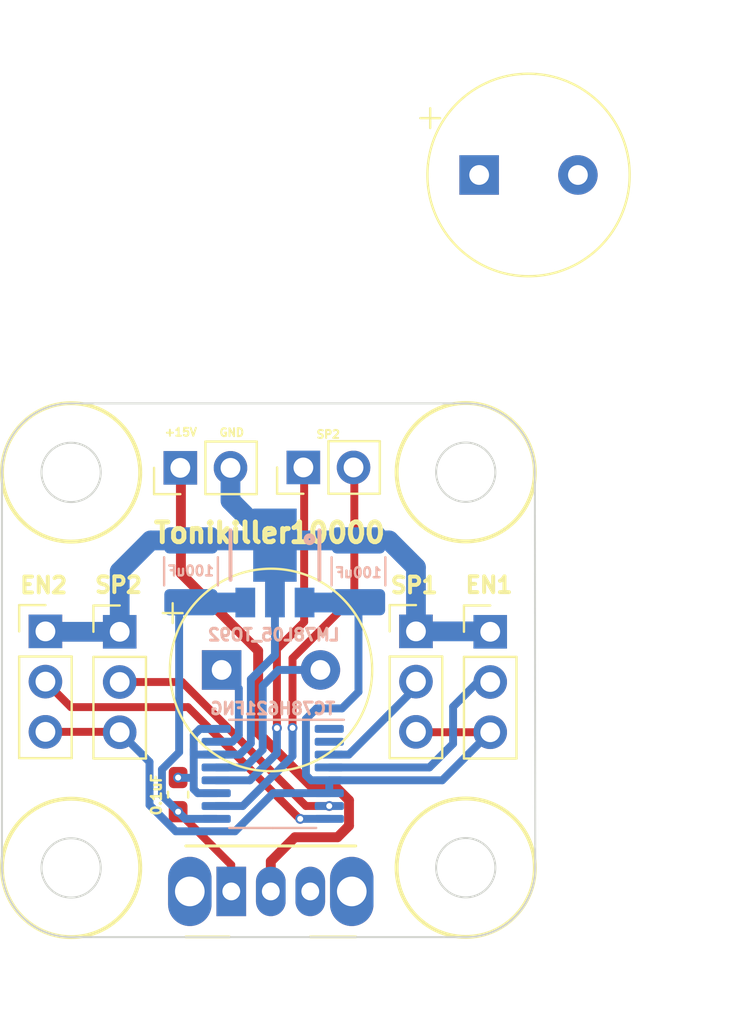
<source format=kicad_pcb>
(kicad_pcb (version 20221018) (generator pcbnew)
  (layers (0 "F.Cu" signal) (31 "B.Cu" signal) (34 "B.Paste" user) (35 "F.Paste" user) (36 "B.SilkS" user "B.Silkscreen") (37 "F.SilkS" user "F.Silkscreen") (38 "B.Mask" user) (39 "F.Mask" user) (44 "Edge.Cuts" user))
  (net 0 "")
  (net 1 "GND")
  (net 2 "+15V")
  (net 3 "+5V")
  (net 4 "SP1")
  (net 5 "SP2")
  (net 6 "EN1")
  (net 7 "EN2")
  (net 8 "Net-(J6-Pin_1)")
  (net 9 "Net-(J6-Pin_2)")
  (net 10 "Net-(U1-AO1)")
  (net 11 "Net-(U1-AO2)")
  (net 12 "SP2_A")
  (net 13 "SP2_B")
  (net 17 "Net-(J1-Pin_1)")
  (footprint "Connector_PinHeader_2.54mm:PinHeader_1x03_P2.54mm_Vertical" (layer "F.Cu") (at 96.89 49.73)
    (fp_text reference "J4" hide)
    (fp_text value "EN1" (at -0.06 -2.365 180) (layer "F.SilkS") (effects (font (size 0.8 0.8) (thickness 0.2) bold)))
    (fp_line (start -1.33 -1.33) (end 0 -1.33) (stroke (width 0.12)) (layer "F.SilkS"))
    (fp_line (start -1.33 0) (end -1.33 -1.33) (stroke (width 0.12)) (layer "F.SilkS"))
    (fp_line (start -1.33 1.27) (end -1.33 6.41) (stroke (width 0.12)) (layer "F.SilkS"))
    (fp_line (start -1.33 1.27) (end 1.33 1.27) (stroke (width 0.12)) (layer "F.SilkS"))
    (fp_line (start -1.33 6.41) (end 1.33 6.41) (stroke (width 0.12)) (layer "F.SilkS"))
    (fp_line (start 1.33 1.27) (end 1.33 6.41) (stroke (width 0.12)) (layer "F.SilkS"))
    (pad "1" thru_hole rect (at 0 0) (size 1.7 1.7) (drill 1) (layers "*.Cu" "*.Mask") (net 1 "GND"))
    (pad "2" thru_hole oval (at 0 2.54) (size 1.7 1.7) (drill 1) (layers "*.Cu" "*.Mask") (net 6 "EN1"))
    (pad "3" thru_hole oval (at 0 5.08) (size 1.7 1.7) (drill 1) (layers "*.Cu" "*.Mask") (net 3 "+5V"))
  )
  (footprint "Connector_PinHeader_2.54mm:PinHeader_1x03_P2.54mm_Vertical" (layer "F.Cu") (at 93.13 49.71)
    (fp_text reference "J2" hide)
    (fp_text value "SP1" (at -0.09 -2.33 180) (layer "F.SilkS") (effects (font (size 0.8 0.8) (thickness 0.2) bold)))
    (fp_line (start -1.33 -1.33) (end 0 -1.33) (stroke (width 0.12)) (layer "F.SilkS"))
    (fp_line (start -1.33 0) (end -1.33 -1.33) (stroke (width 0.12)) (layer "F.SilkS"))
    (fp_line (start -1.33 1.27) (end -1.33 6.41) (stroke (width 0.12)) (layer "F.SilkS"))
    (fp_line (start -1.33 1.27) (end 1.33 1.27) (stroke (width 0.12)) (layer "F.SilkS"))
    (fp_line (start -1.33 6.41) (end 1.33 6.41) (stroke (width 0.12)) (layer "F.SilkS"))
    (fp_line (start 1.33 1.27) (end 1.33 6.41) (stroke (width 0.12)) (layer "F.SilkS"))
    (pad "1" thru_hole rect (at 0 0) (size 1.7 1.7) (drill 1) (layers "*.Cu" "*.Mask") (net 1 "GND"))
    (pad "2" thru_hole oval (at 0 2.54) (size 1.7 1.7) (drill 1) (layers "*.Cu" "*.Mask") (net 4 "SP1"))
    (pad "3" thru_hole oval (at 0 5.08) (size 1.7 1.7) (drill 1) (layers "*.Cu" "*.Mask") (net 3 "+5V"))
  )
  (footprint "Connector_PinHeader_2.54mm:PinHeader_1x02_P2.54mm_Vertical" (layer "F.Cu") (at 81.2 41.44 90)
    (fp_text reference "J1" hide)
    (fp_text value "Battery connector")
    (fp_line (start -1.33 -1.33) (end 0 -1.33) (stroke (width 0.12)) (layer "F.SilkS"))
    (fp_line (start -1.33 0) (end -1.33 -1.33) (stroke (width 0.12)) (layer "F.SilkS"))
    (fp_line (start -1.33 1.27) (end -1.33 3.87) (stroke (width 0.12)) (layer "F.SilkS"))
    (fp_line (start -1.33 1.27) (end 1.33 1.27) (stroke (width 0.12)) (layer "F.SilkS"))
    (fp_line (start -1.33 3.87) (end 1.33 3.87) (stroke (width 0.12)) (layer "F.SilkS"))
    (fp_line (start 1.33 1.27) (end 1.33 3.87) (stroke (width 0.12)) (layer "F.SilkS"))
    (pad "1" thru_hole rect (at 0 0 90) (size 1.7 1.7) (drill 1) (layers "*.Cu" "*.Mask") (net 17 "Net-(J1-Pin_1)"))
    (pad "2" thru_hole oval (at 0 2.54 90) (size 1.7 1.7) (drill 1) (layers "*.Cu" "*.Mask") (net 1 "GND"))
  )
  (footprint "Capacitor_SMD:C_0603_1608Metric_Pad1.08x0.95mm_HandSolder" (layer "F.Cu") (at 81.0875 57.965 -90)
    (fp_text reference "C1" hide)
    (fp_text value "0.1uF" (at 0 1.1 90) (layer "F.SilkS") (effects (font (size 0.5 0.5) (thickness 0.125))))
    (fp_line (start -0.146267 -0.51) (end 0.146267 -0.51) (stroke (width 0.12)) (layer "F.SilkS"))
    (fp_line (start -0.146267 0.51) (end 0.146267 0.51) (stroke (width 0.12)) (layer "F.SilkS"))
    (pad "1" smd roundrect (at -0.8625 0 270) (size 1.075 0.95) (layers "F.Cu" "F.Paste" "F.Mask") (net 1 "GND"))
    (pad "2" smd roundrect (at 0.8625 0 270) (size 1.075 0.95) (layers "F.Cu" "F.Paste" "F.Mask") (net 2 "+15V"))
  )
  (footprint "Button_Switch_THT:SW_CuK_OS102011MA1QN1_SPDT_Angled" (layer "F.Cu") (at 83.78 62.86)
    (fp_text reference "SW1" hide)
    (fp_text value "POW" hide)
    (fp_line (start -2.3 -2.3) (end 6.3 -2.3) (stroke (width 0.15)) (layer "F.SilkS"))
    (fp_line (start -2.3 2.3) (end -0.1 2.3) (stroke (width 0.15)) (layer "F.SilkS"))
    (fp_line (start 4 2.3) (end 6.3 2.3) (stroke (width 0.15)) (layer "F.SilkS"))
    (pad "" thru_hole oval (at -2.1 0) (size 2.2 3.5) (drill 1.5) (layers "*.Cu" "*.Mask"))
    (pad "" thru_hole oval (at 6.1 0) (size 2.2 3.5) (drill 1.5) (layers "*.Cu" "*.Mask"))
    (pad "1" thru_hole rect (at 0 0) (size 1.5 2.5) (drill 0.9) (layers "*.Cu" "*.Mask") (net 2 "+15V"))
    (pad "2" thru_hole oval (at 2 0) (size 1.5 2.5) (drill 0.9) (layers "*.Cu" "*.Mask") (net 17 "Net-(J1-Pin_1)"))
    (pad "3" thru_hole oval (at 4 0) (size 1.5 2.5) (drill 0.9) (layers "*.Cu" "*.Mask"))
  )
  (footprint "Connector_PinHeader_2.54mm:PinHeader_1x02_P2.54mm_Vertical" (layer "F.Cu") (at 87.43 41.42 90)
    (fp_text reference "J6" hide)
    (fp_text value "SPK")
    (fp_line (start -1.33 -1.33) (end 0 -1.33) (stroke (width 0.12)) (layer "F.SilkS"))
    (fp_line (start -1.33 0) (end -1.33 -1.33) (stroke (width 0.12)) (layer "F.SilkS"))
    (fp_line (start -1.33 1.27) (end -1.33 3.87) (stroke (width 0.12)) (layer "F.SilkS"))
    (fp_line (start -1.33 1.27) (end 1.33 1.27) (stroke (width 0.12)) (layer "F.SilkS"))
    (fp_line (start -1.33 3.87) (end 1.33 3.87) (stroke (width 0.12)) (layer "F.SilkS"))
    (fp_line (start 1.33 1.27) (end 1.33 3.87) (stroke (width 0.12)) (layer "F.SilkS"))
    (pad "1" thru_hole rect (at 0 0 90) (size 1.7 1.7) (drill 1) (layers "*.Cu" "*.Mask") (net 8 "Net-(J6-Pin_1)"))
    (pad "2" thru_hole oval (at 0 2.54 90) (size 1.7 1.7) (drill 1) (layers "*.Cu" "*.Mask") (net 9 "Net-(J6-Pin_2)"))
  )
  (footprint "Connector_PinHeader_2.54mm:PinHeader_1x03_P2.54mm_Vertical" (layer "F.Cu") (at 78.13 49.73)
    (fp_text reference "J3" hide)
    (fp_text value "SP2" (at -0.06 -2.365 180) (layer "F.SilkS") (effects (font (size 0.8 0.8) (thickness 0.2) bold)))
    (fp_line (start -1.33 -1.33) (end 0 -1.33) (stroke (width 0.12)) (layer "F.SilkS"))
    (fp_line (start -1.33 0) (end -1.33 -1.33) (stroke (width 0.12)) (layer "F.SilkS"))
    (fp_line (start -1.33 1.27) (end -1.33 6.41) (stroke (width 0.12)) (layer "F.SilkS"))
    (fp_line (start -1.33 1.27) (end 1.33 1.27) (stroke (width 0.12)) (layer "F.SilkS"))
    (fp_line (start -1.33 6.41) (end 1.33 6.41) (stroke (width 0.12)) (layer "F.SilkS"))
    (fp_line (start 1.33 1.27) (end 1.33 6.41) (stroke (width 0.12)) (layer "F.SilkS"))
    (pad "1" thru_hole rect (at 0 0) (size 1.7 1.7) (drill 1) (layers "*.Cu" "*.Mask") (net 1 "GND"))
    (pad "2" thru_hole oval (at 0 2.54) (size 1.7 1.7) (drill 1) (layers "*.Cu" "*.Mask") (net 5 "SP2"))
    (pad "3" thru_hole oval (at 0 5.08) (size 1.7 1.7) (drill 1) (layers "*.Cu" "*.Mask") (net 3 "+5V"))
  )
  (footprint "Capacitor_THT:CP_Radial_D10.0mm_P5.00mm" (layer "F.Cu") (at 83.292323 51.66)
    (fp_text reference "LS1" hide)
    (fp_text value "TCT40-16_UltrasonicSpeaker" hide)
    (fp_line (start -2.979646 -2.875) (end -1.979646 -2.875) (stroke (width 0.12)) (layer "F.SilkS"))
    (fp_line (start -2.479646 -3.375) (end -2.479646 -2.375) (stroke (width 0.12)) (layer "F.SilkS"))
    (fp_circle (center 2.5 0) (end 7.62 0) (stroke (width 0.12)) (fill none) (layer "F.SilkS"))
    (pad "1" thru_hole rect (at 0 0) (size 2 2) (drill 1) (layers "*.Cu" "*.Mask") (net 10 "Net-(U1-AO1)"))
    (pad "2" thru_hole circle (at 5 0) (size 2 2) (drill 1) (layers "*.Cu" "*.Mask") (net 11 "Net-(U1-AO2)"))
  )
  (footprint "Capacitor_THT:CP_Radial_D10.0mm_P5.00mm" (layer "F.Cu") (at 96.33 26.63)
    (fp_text reference "LS2" hide)
    (fp_text value "TCT40-16_UltrasonicSpeaker" hide)
    (fp_line (start -2.979646 -2.875) (end -1.979646 -2.875) (stroke (width 0.12)) (layer "F.SilkS"))
    (fp_line (start -2.479646 -3.375) (end -2.479646 -2.375) (stroke (width 0.12)) (layer "F.SilkS"))
    (fp_circle (center 2.5 0) (end 7.62 0) (stroke (width 0.12)) (fill none) (layer "F.SilkS"))
    (pad "1" thru_hole rect (at 0 0) (size 2 2) (drill 1) (layers "*.Cu" "*.Mask") (net 12 "SP2_A"))
    (pad "2" thru_hole circle (at 5 0) (size 2 2) (drill 1) (layers "*.Cu" "*.Mask") (net 13 "SP2_B"))
  )
  (footprint "Connector_PinHeader_2.54mm:PinHeader_1x03_P2.54mm_Vertical" (layer "F.Cu") (at 74.37 49.71)
    (fp_text reference "J5" hide)
    (fp_text value "EN2" (at -0.09 -2.33 180) (layer "F.SilkS") (effects (font (size 0.8 0.8) (thickness 0.2) bold)))
    (fp_line (start -1.33 -1.33) (end 0 -1.33) (stroke (width 0.12)) (layer "F.SilkS"))
    (fp_line (start -1.33 0) (end -1.33 -1.33) (stroke (width 0.12)) (layer "F.SilkS"))
    (fp_line (start -1.33 1.27) (end -1.33 6.41) (stroke (width 0.12)) (layer "F.SilkS"))
    (fp_line (start -1.33 1.27) (end 1.33 1.27) (stroke (width 0.12)) (layer "F.SilkS"))
    (fp_line (start -1.33 6.41) (end 1.33 6.41) (stroke (width 0.12)) (layer "F.SilkS"))
    (fp_line (start 1.33 1.27) (end 1.33 6.41) (stroke (width 0.12)) (layer "F.SilkS"))
    (pad "1" thru_hole rect (at 0 0) (size 1.7 1.7) (drill 1) (layers "*.Cu" "*.Mask") (net 1 "GND"))
    (pad "2" thru_hole oval (at 0 2.54) (size 1.7 1.7) (drill 1) (layers "*.Cu" "*.Mask") (net 7 "EN2"))
    (pad "3" thru_hole oval (at 0 5.08) (size 1.7 1.7) (drill 1) (layers "*.Cu" "*.Mask") (net 3 "+5V"))
  )
  (footprint "78L05:PK(R-PSSO-F3)" (layer "B.Cu") (at 85.99 44.6 180)
    (fp_text reference "U2" hide)
    (fp_text value "LM78L05_TO92" (at 0.06 -5.2825) (layer "B.SilkS") (effects (font (size 0.6 0.6)) (justify mirror)))
    (fp_line (start -2.25 -2.5) (end -2.25 0) (stroke (width 0.2)) (layer "B.SilkS"))
    (fp_line (start 2.25 0) (end 2.25 -2.5) (stroke (width 0.2)) (layer "B.SilkS"))
    (fp_circle (center -1.75 -0.45) (end -1.79438 -0.45) (stroke (width 0.254)) (fill none) (layer "B.SilkS"))
    (pad "1" smd rect (at -1.5 -3.65 180) (size 1 1.5) (layers "B.Cu" "B.Paste" "B.Mask") (net 3 "+5V"))
    (pad "2" smd rect (at 0 -3.5 180) (size 1 1.8) (layers "B.Cu" "B.Paste" "B.Mask") (net 1 "GND"))
    (pad "2" smd rect (at 0 -0.75 180) (size 2.2 3.7) (layers "B.Cu" "B.Paste" "B.Mask") (net 1 "GND"))
    (pad "3" smd rect (at 1.5 -3.65 180) (size 1 1.5) (layers "B.Cu" "B.Paste" "B.Mask") (net 2 "+15V"))
  )
  (footprint "Capacitor_SMD:C_1210_3225Metric_Pad1.33x2.70mm_HandSolder" (layer "B.Cu") (at 81.74 46.6725 90)
    (fp_text reference "C2" hide)
    (fp_text value "100uF" (at 0.02 -0.01) (layer "B.SilkS") (effects (font (size 0.5 0.5)) (justify mirror)))
    (fp_line (start -0.711252 -1.36) (end 0.711252 -1.36) (stroke (width 0.12)) (layer "B.SilkS"))
    (fp_line (start -0.711252 1.36) (end 0.711252 1.36) (stroke (width 0.12)) (layer "B.SilkS"))
    (pad "1" smd roundrect (at -1.5625 0 90) (size 1.325 2.7) (layers "B.Cu" "B.Paste" "B.Mask") (roundrect_rratio 0.188679) (net 2 "+15V"))
    (pad "2" smd roundrect (at 1.5625 0 90) (size 1.325 2.7) (layers "B.Cu" "B.Paste" "B.Mask") (roundrect_rratio 0.188679) (net 1 "GND"))
  )
  (footprint "Capacitor_SMD:C_1210_3225Metric_Pad1.33x2.70mm_HandSolder" (layer "B.Cu") (at 90.22 46.6725 90)
    (fp_text reference "C3" hide)
    (fp_text value "100uF" (at -0.07 0) (layer "B.SilkS") (effects (font (size 0.5 0.5) (thickness 0.125)) (justify mirror)))
    (fp_line (start -0.711252 -1.36) (end 0.711252 -1.36) (stroke (width 0.12)) (layer "B.SilkS"))
    (fp_line (start -0.711252 1.36) (end 0.711252 1.36) (stroke (width 0.12)) (layer "B.SilkS"))
    (pad "1" smd roundrect (at -1.5625 0 90) (size 1.325 2.7) (layers "B.Cu" "B.Paste" "B.Mask") (roundrect_rratio 0.188679) (net 3 "+5V"))
    (pad "2" smd roundrect (at 1.5625 0 90) (size 1.325 2.7) (layers "B.Cu" "B.Paste" "B.Mask") (roundrect_rratio 0.188679) (net 1 "GND"))
  )
  (footprint "Package_SO:TSSOP-16_4.4x5mm_P0.65mm" (layer "B.Cu") (at 85.8775 56.915 180)
    (fp_text reference "U1" hide)
    (fp_text value "TC78H621FNG" (at 0 3.3) (layer "B.SilkS") (effects (font (size 0.6 0.6)) (justify mirror)))
    (fp_line (start 0 -2.735) (end -2.2 -2.735) (stroke (width 0.12)) (layer "B.SilkS"))
    (fp_line (start 0 -2.735) (end 2.2 -2.735) (stroke (width 0.12)) (layer "B.SilkS"))
    (fp_line (start 0 2.735) (end -3.6 2.735) (stroke (width 0.12)) (layer "B.SilkS"))
    (fp_line (start 0 2.735) (end 2.2 2.735) (stroke (width 0.12)) (layer "B.SilkS"))
    (pad "1" smd roundrect (at -2.8625 2.275 180) (size 1.475 0.4) (layers "B.Cu" "B.Paste" "B.Mask"))
    (pad "2" smd roundrect (at -2.8625 1.625 180) (size 1.475 0.4) (layers "B.Cu" "B.Paste" "B.Mask"))
    (pad "3" smd roundrect (at -2.8625 0.975 180) (size 1.475 0.4) (layers "B.Cu" "B.Paste" "B.Mask") (net 4 "SP1"))
    (pad "4" smd roundrect (at -2.8625 0.325 180) (size 1.475 0.4) (layers "B.Cu" "B.Paste" "B.Mask") (net 6 "EN1"))
    (pad "5" smd roundrect (at -2.8625 -0.325 180) (size 1.475 0.4) (layers "B.Cu" "B.Paste" "B.Mask") (net 3 "+5V"))
    (pad "6" smd roundrect (at -2.8625 -0.975 180) (size 1.475 0.4) (layers "B.Cu" "B.Paste" "B.Mask") (net 3 "+5V"))
    (pad "7" smd roundrect (at -2.8625 -1.625 180) (size 1.475 0.4) (layers "B.Cu" "B.Paste" "B.Mask") (net 5 "SP2"))
    (pad "8" smd roundrect (at -2.8625 -2.275 180) (size 1.475 0.4) (layers "B.Cu" "B.Paste" "B.Mask") (net 7 "EN2"))
    (pad "9" smd roundrect (at 2.8625 -2.275 180) (size 1.475 0.4) (layers "B.Cu" "B.Paste" "B.Mask") (net 2 "+15V"))
    (pad "10" smd roundrect (at 2.8625 -1.625 180) (size 1.475 0.4) (layers "B.Cu" "B.Paste" "B.Mask") (net 9 "Net-(J6-Pin_2)"))
    (pad "11" smd roundrect (at 2.8625 -0.975 180) (size 1.475 0.4) (layers "B.Cu" "B.Paste" "B.Mask") (net 1 "GND"))
    (pad "12" smd roundrect (at 2.8625 -0.325 180) (size 1.475 0.4) (layers "B.Cu" "B.Paste" "B.Mask") (net 8 "Net-(J6-Pin_1)"))
    (pad "13" smd roundrect (at 2.8625 0.325 180) (size 1.475 0.4) (layers "B.Cu" "B.Paste" "B.Mask") (net 11 "Net-(U1-AO2)"))
    (pad "14" smd roundrect (at 2.8625 0.975 180) (size 1.475 0.4) (layers "B.Cu" "B.Paste" "B.Mask") (net 1 "GND"))
    (pad "15" smd roundrect (at 2.8625 1.625 180) (size 1.475 0.4) (layers "B.Cu" "B.Paste" "B.Mask") (net 10 "Net-(U1-AO1)"))
    (pad "16" smd roundrect (at 2.8625 2.275 180) (size 1.475 0.4) (layers "B.Cu" "B.Paste" "B.Mask") (net 1 "GND"))
  )
  (gr_circle (center 75.67 61.67) (end 75.67 65.17) (stroke (width 0.2)) (fill none) (layer "F.SilkS"))
  (gr_circle (center 95.65 41.66) (end 95.65 38.16) (stroke (width 0.2)) (fill none) (layer "F.SilkS"))
  (gr_circle (center 75.67 41.67) (end 75.67 45.17) (stroke (width 0.2)) (fill none) (layer "F.SilkS"))
  (gr_circle (center 95.65 61.66) (end 95.65 58.16) (stroke (width 0.2)) (fill none) (layer "F.SilkS"))
  (gr_circle (center 95.65 61.66) (end 95.65 60.16) (stroke (width 0.1)) (fill none) (layer "Edge.Cuts"))
  (gr_line (start 75.65 38.179978) (end 95.65 38.179978) (stroke (width 0.1)) (layer "Edge.Cuts"))
  (gr_arc (start 95.65 38.179978) (mid 98.124874 39.205104) (end 99.15 41.679978) (stroke (width 0.1)) (layer "Edge.Cuts"))
  (gr_line (start 99.17 61.67) (end 99.15 41.679978) (stroke (width 0.1)) (layer "Edge.Cuts"))
  (gr_circle (center 75.67 41.67) (end 75.67 43.17) (stroke (width 0.1)) (fill none) (layer "Edge.Cuts"))
  (gr_circle (center 95.65 41.66) (end 95.65 40.16) (stroke (width 0.1)) (fill none) (layer "Edge.Cuts"))
  (gr_arc (start 99.17 61.67) (mid 98.144874 64.144874) (end 95.67 65.17) (stroke (width 0.1)) (layer "Edge.Cuts"))
  (gr_line (start 95.67 65.17) (end 75.67 65.17) (stroke (width 0.1)) (layer "Edge.Cuts"))
  (gr_arc (start 75.67 65.17) (mid 73.195126 64.144874) (end 72.17 61.67) (stroke (width 0.1)) (layer "Edge.Cuts"))
  (gr_circle (center 75.67 61.67) (end 75.67 63.17) (stroke (width 0.1)) (fill none) (layer "Edge.Cuts"))
  (gr_line (start 72.17 41.67) (end 72.17 61.67) (stroke (width 0.1)) (layer "Edge.Cuts"))
  (gr_arc (start 72.17 41.67) (mid 73.185724 39.202792) (end 75.65 38.179978) (stroke (width 0.1)) (layer "Edge.Cuts"))
  (gr_text "SP2\n" (at 88.04 39.98) (layer "F.SilkS") (effects (font (size 0.4 0.4) (thickness 0.1) bold) (justify left bottom)))
  (gr_text "+15V" (at 80.36 39.87) (layer "F.SilkS") (effects (font (size 0.4 0.4) (thickness 0.1) bold) (justify left bottom)))
  (gr_text "GND" (at 83.13 39.89) (layer "F.SilkS") (effects (font (size 0.4 0.4) (thickness 0.1) bold) (justify left bottom)))
  (gr_text "Tonikiller10000" (at 79.74 45.31) (layer "F.SilkS") (effects (font (size 1 1) (thickness 0.25) bold) (justify left bottom)))
  (via (at 81.0875 57.1025) (size 0.5) (drill 0.3) (layers "F.Cu" "B.Cu") (net 1))
  (segment (start 81.8775 55.685) (end 81.8775 57.115) (width 0.4) (layer "B.Cu") (net 1))
  (segment (start 84.2 55.94) (end 84.77 55.37) (width 0.4) (layer "B.Cu") (net 1))
  (segment (start 83.74 41.44) (end 83.74 43.1) (width 1) (layer "B.Cu") (net 1))
  (segment (start 81.8775 55.685) (end 81.8775 55.935) (width 0.4) (layer "B.Cu") (net 1))
  (segment (start 84.77 55.37) (end 84.77 52.13) (width 0.4) (layer "B.Cu") (net 1))
  (segment (start 91.77 45.11) (end 93.13 46.47) (width 1) (layer "B.Cu") (net 1))
  (segment (start 81.8775 55.935) (end 81.8875 55.945) (width 0.4) (layer "B.Cu") (net 1))
  (segment (start 84.77 52.13) (end 85.99 50.91) (width 0.4) (layer "B.Cu") (net 1))
  (segment (start 81.8775 54.955) (end 81.8775 55.685) (width 0.4) (layer "B.Cu") (net 1))
  (segment (start 86.23 45.11) (end 85.99 45.35) (width 1) (layer "B.Cu") (net 1))
  (segment (start 81.8775 57.115) (end 81.8775 57.685) (width 0.4) (layer "B.Cu") (net 1))
  (segment (start 81.8775 57.115) (end 81.1 57.115) (width 0.4) (layer "B.Cu") (net 1))
  (segment (start 78.13 46.68) (end 78.13 49.73) (width 1) (layer "B.Cu") (net 1))
  (segment (start 78.13 49.73) (end 74.39 49.73) (width 1) (layer "B.Cu") (net 1))
  (segment (start 93.13 49.71) (end 96.87 49.71) (width 1) (layer "B.Cu") (net 1))
  (segment (start 82.0825 57.89) (end 83.015 57.89) (width 0.4) (layer "B.Cu") (net 1))
  (segment (start 93.13 46.47) (end 93.13 49.71) (width 1) (layer "B.Cu") (net 1))
  (segment (start 85.99 50.91) (end 85.99 48.1) (width 0.4) (layer "B.Cu") (net 1))
  (segment (start 74.39 49.73) (end 74.37 49.71) (width 1) (layer "B.Cu") (net 1))
  (segment (start 90.22 45.11) (end 91.77 45.11) (width 1) (layer "B.Cu") (net 1))
  (segment (start 83.74 43.1) (end 85.99 45.35) (width 1) (layer "B.Cu") (net 1))
  (segment (start 79.7 45.11) (end 78.13 46.68) (width 1) (layer "B.Cu") (net 1))
  (segment (start 82.1925 54.64) (end 81.8775 54.955) (width 0.4) (layer "B.Cu") (net 1))
  (segment (start 81.8875 55.945) (end 81.8925 55.94) (width 0.4) (layer "B.Cu") (net 1))
  (segment (start 81.8925 55.94) (end 83.015 55.94) (width 0.4) (layer "B.Cu") (net 1))
  (segment (start 85.99 45.35) (end 85.75 45.11) (width 1) (layer "B.Cu") (net 1))
  (segment (start 81.8775 57.685) (end 82.0825 57.89) (width 0.4) (layer "B.Cu") (net 1))
  (segment (start 85.75 45.11) (end 79.7 45.11) (width 1) (layer "B.Cu") (net 1))
  (segment (start 83.015 54.64) (end 82.1925 54.64) (width 0.4) (layer "B.Cu") (net 1))
  (segment (start 81.1 57.115) (end 81.0875 57.1025) (width 0.4) (layer "B.Cu") (net 1))
  (segment (start 96.87 49.71) (end 96.89 49.73) (width 1) (layer "B.Cu") (net 1))
  (segment (start 90.22 45.11) (end 86.23 45.11) (width 1) (layer "B.Cu") (net 1))
  (segment (start 83.015 55.94) (end 84.2 55.94) (width 0.4) (layer "B.Cu") (net 1))
  (segment (start 83.78 61.52) (end 83.78 62.86) (width 0.4) (layer "F.Cu") (net 2))
  (segment (start 81.0875 58.8275) (end 83.78 61.52) (width 0.4) (layer "F.Cu") (net 2))
  (via (at 81.0875 58.8275) (size 0.5) (drill 0.3) (layers "F.Cu" "B.Cu") (net 2))
  (segment (start 80.27 58.01) (end 80.27 56.69) (width 0.4) (layer "B.Cu") (net 2))
  (segment (start 81.14 48.835) (end 81.74 48.235) (width 0.4) (layer "B.Cu") (net 2))
  (segment (start 81.755 48.25) (end 81.74 48.235) (width 1) (layer "B.Cu") (net 2))
  (segment (start 81.45 59.19) (end 81.0875 58.8275) (width 0.4) (layer "B.Cu") (net 2))
  (segment (start 81.0875 58.8275) (end 80.27 58.01) (width 0.4) (layer "B.Cu") (net 2))
  (segment (start 80.27 56.69) (end 81.14 55.82) (width 0.4) (layer "B.Cu") (net 2))
  (segment (start 84.49 48.25) (end 81.755 48.25) (width 1) (layer "B.Cu") (net 2))
  (segment (start 83.015 59.19) (end 81.45 59.19) (width 0.4) (layer "B.Cu") (net 2))
  (segment (start 81.14 55.82) (end 81.14 48.835) (width 0.4) (layer "B.Cu") (net 2))
  (segment (start 78.15 54.79) (end 78.13 54.81) (width 0.4) (layer "F.Cu") (net 3))
  (segment (start 74.39 54.81) (end 74.37 54.79) (width 0.4) (layer "F.Cu") (net 3))
  (segment (start 74.37 54.79) (end 78.11 54.79) (width 0.4) (layer "F.Cu") (net 3))
  (segment (start 93.15 54.81) (end 93.13 54.79) (width 0.4) (layer "F.Cu") (net 3))
  (segment (start 78.11 54.79) (end 78.13 54.81) (width 0.4) (layer "F.Cu") (net 3))
  (segment (start 96.89 54.81) (end 93.15 54.81) (width 0.4) (layer "F.Cu") (net 3))
  (segment (start 80.97 59.82) (end 79.64 58.49) (width 0.4) (layer "B.Cu") (net 3))
  (segment (start 85.9 57.89) (end 83.97 59.82) (width 0.4) (layer "B.Cu") (net 3))
  (segment (start 93.13 54.21) (end 93.13 54.79) (width 0.4) (layer "B.Cu") (net 3))
  (segment (start 88.74 57.24) (end 89.277 57.24) (width 0.4) (layer "B.Cu") (net 3))
  (segment (start 78.11 54.79) (end 78.13 54.81) (width 0.4) (layer "B.Cu") (net 3))
  (segment (start 88.74 57.24) (end 88.74 57.89) (width 0.4) (layer "B.Cu") (net 3))
  (segment (start 88.095 53.605) (end 87.56 54.14) (width 0.4) (layer "B.Cu") (net 3))
  (segment (start 79.64 56.31) (end 78.14 54.81) (width 0.4) (layer "B.Cu") (net 3))
  (segment (start 90.205 48.25) (end 90.22 48.235) (width 1) (layer "B.Cu") (net 3))
  (segment (start 87.82 57.24) (end 88.74 57.24) (width 0.4) (layer "B.Cu") (net 3))
  (segment (start 88.74 57.89) (end 85.9 57.89) (width 0.4) (layer "B.Cu") (net 3))
  (segment (start 78.14 54.81) (end 78.13 54.81) (width 0.4) (layer "B.Cu") (net 3))
  (segment (start 87.56 56.98) (end 87.82 57.24) (width 0.4) (layer "B.Cu") (net 3))
  (segment (start 94.46 57.24) (end 96.89 54.81) (width 0.4) (layer "B.Cu") (net 3))
  (segment (start 83.97 59.82) (end 80.97 59.82) (width 0.4) (layer "B.Cu") (net 3))
  (segment (start 90.22 52.77) (end 89.385 53.605) (width 0.4) (layer "B.Cu") (net 3))
  (segment (start 87.49 48.25) (end 90.205 48.25) (width 1) (layer "B.Cu") (net 3))
  (segment (start 88.74 57.24) (end 94.46 57.24) (width 0.4) (layer "B.Cu") (net 3))
  (segment (start 90.22 48.235) (end 90.22 52.77) (width 0.4) (layer "B.Cu") (net 3))
  (segment (start 87.56 54.14) (end 87.56 56.98) (width 0.4) (layer "B.Cu") (net 3))
  (segment (start 89.385 53.605) (end 88.095 53.605) (width 0.4) (layer "B.Cu") (net 3))
  (segment (start 89.277 57.24) (end 89.2775 57.2395) (width 0.4) (layer "B.Cu") (net 3))
  (segment (start 79.64 58.49) (end 79.64 56.31) (width 0.4) (layer "B.Cu") (net 3))
  (segment (start 89.73 55.94) (end 93.13 52.54) (width 0.4) (layer "B.Cu") (net 4))
  (segment (start 93.13 52.54) (end 93.13 52.25) (width 0.4) (layer "B.Cu") (net 4))
  (segment (start 88.74 55.94) (end 89.73 55.94) (width 0.4) (layer "B.Cu") (net 4))
  (segment (start 88.74 58.54) (end 87.56 58.54) (width 0.4) (layer "F.Cu") (net 5))
  (segment (start 81.29 52.27) (end 78.13 52.27) (width 0.4) (layer "F.Cu") (net 5))
  (segment (start 87.56 58.54) (end 81.29 52.27) (width 0.4) (layer "F.Cu") (net 5))
  (via (at 88.74 58.54) (size 0.5) (drill 0.3) (layers "F.Cu" "B.Cu") (net 5))
  (segment (start 95.01 53.52) (end 96.26 52.27) (width 0.4) (layer "B.Cu") (net 6))
  (segment (start 88.74 56.59) (end 93.81 56.59) (width 0.4) (layer "B.Cu") (net 6))
  (segment (start 96.26 52.27) (end 96.89 52.27) (width 0.4) (layer "B.Cu") (net 6))
  (segment (start 95.01 55.39) (end 95.01 53.52) (width 0.4) (layer "B.Cu") (net 6))
  (segment (start 93.81 56.59) (end 95.01 55.39) (width 0.4) (layer "B.Cu") (net 6))
  (segment (start 75.66 53.54) (end 74.37 52.25) (width 0.4) (layer "F.Cu") (net 7))
  (segment (start 87.27 59.19) (end 87.24 59.19) (width 0.4) (layer "F.Cu") (net 7))
  (segment (start 87.24 59.19) (end 81.59 53.54) (width 0.4) (layer "F.Cu") (net 7))
  (segment (start 81.59 53.54) (end 75.66 53.54) (width 0.4) (layer "F.Cu") (net 7))
  (via (at 87.27 59.19) (size 0.5) (drill 0.3) (layers "F.Cu" "B.Cu") (net 7))
  (segment (start 88.74 59.19) (end 87.27 59.19) (width 0.4) (layer "B.Cu") (net 7))
  (segment (start 87.47 41.46) (end 87.43 41.42) (width 0.4) (layer "F.Cu") (net 8))
  (segment (start 86.09 54.6) (end 86.09 50.61) (width 0.4) (layer "F.Cu") (net 8))
  (segment (start 86.09 50.61) (end 87.47 49.23) (width 0.4) (layer "F.Cu") (net 8))
  (segment (start 87.47 49.23) (end 87.47 41.46) (width 0.4) (layer "F.Cu") (net 8))
  (via (at 86.09 54.6) (size 0.5) (drill 0.3) (layers "F.Cu" "B.Cu") (net 8))
  (segment (start 86.09 54.6) (end 86.09 55.87) (width 0.4) (layer "B.Cu") (net 8))
  (segment (start 86.09 55.87) (end 84.72 57.24) (width 0.4) (layer "B.Cu") (net 8))
  (segment (start 84.72 57.24) (end 83.015 57.24) (width 0.4) (layer "B.Cu") (net 8))
  (segment (start 90.01 41.46) (end 89.97 41.42) (width 0.4) (layer "F.Cu") (net 9))
  (segment (start 86.88 54.59) (end 86.88 51.07) (width 0.4) (layer "F.Cu") (net 9))
  (segment (start 90.01 47.94) (end 90.01 41.46) (width 0.4) (layer "F.Cu") (net 9))
  (segment (start 86.88 51.07) (end 90.01 47.94) (width 0.4) (layer "F.Cu") (net 9))
  (via (at 86.88 54.59) (size 0.5) (drill 0.3) (layers "F.Cu" "B.Cu") (net 9))
  (segment (start 86.88 54.59) (end 86.88 56.02) (width 0.4) (layer "B.Cu") (net 9))
  (segment (start 86.88 56.02) (end 84.36 58.54) (width 0.4) (layer "B.Cu") (net 9))
  (segment (start 84.36 58.54) (end 83.015 58.54) (width 0.4) (layer "B.Cu") (net 9))
  (segment (start 83.17 51.61) (end 83.17 51.46) (width 0.4) (layer "B.Cu") (net 10))
  (segment (start 84.16 52.6) (end 83.17 51.61) (width 0.4) (layer "B.Cu") (net 10))
  (segment (start 84.16 54.96) (end 84.16 52.6) (width 0.4) (layer "B.Cu") (net 10))
  (segment (start 83.015 55.29) (end 83.83 55.29) (width 0.4) (layer "B.Cu") (net 10))
  (segment (start 83.83 55.29) (end 84.16 54.96) (width 0.4) (layer "B.Cu") (net 10))
  (segment (start 84.47 56.59) (end 85.37 55.69) (width 0.4) (layer "B.Cu") (net 11))
  (segment (start 85.37 55.69) (end 85.37 52.46) (width 0.4) (layer "B.Cu") (net 11))
  (segment (start 86.17 51.66) (end 88.292323 51.66) (width 0.4) (layer "B.Cu") (net 11))
  (segment (start 83.015 56.59) (end 84.47 56.59) (width 0.4) (layer "B.Cu") (net 11))
  (segment (start 85.37 52.46) (end 86.17 51.66) (width 0.4) (layer "B.Cu") (net 11))
  (segment (start 87.95 57.65) (end 89.14 57.65) (width 0.5) (layer "F.Cu") (net 17))
  (segment (start 87 60.12) (end 85.78 61.34) (width 0.5) (layer "F.Cu") (net 17))
  (segment (start 81.05 41.58) (end 81.23 41.76) (width 0.5) (layer "F.Cu") (net 17))
  (segment (start 81.23 41.76) (end 81.23 46.78) (width 0.5) (layer "F.Cu") (net 17))
  (segment (start 85.78 61.34) (end 85.78 62.86) (width 0.5) (layer "F.Cu") (net 17))
  (segment (start 81.08 41.58) (end 81.05 41.58) (width 0.5) (layer "F.Cu") (net 17))
  (segment (start 89.14 57.65) (end 89.74 58.25) (width 0.5) (layer "F.Cu") (net 17))
  (segment (start 85.14 54.84) (end 85.14 50.69) (width 0.5) (layer "F.Cu") (net 17))
  (segment (start 89.16 60.12) (end 87 60.12) (width 0.5) (layer "F.Cu") (net 17))
  (segment (start 89.74 58.25) (end 89.74 59.54) (width 0.5) (layer "F.Cu") (net 17))
  (segment (start 85.14 50.69) (end 81.23 46.78) (width 0.5) (layer "F.Cu") (net 17))
  (segment (start 85.14 54.84) (end 87.95 57.65) (width 0.5) (layer "F.Cu") (net 17))
  (segment (start 81.34 41.32) (end 81.08 41.58) (width 0.5) (layer "F.Cu") (net 17))
  (segment (start 89.74 59.54) (end 89.16 60.12) (width 0.5) (layer "F.Cu") (net 17))
)
</source>
